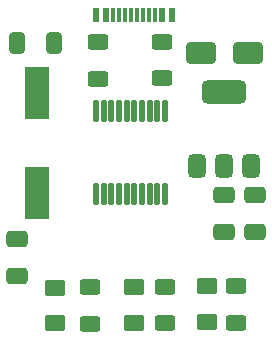
<source format=gbr>
%TF.GenerationSoftware,KiCad,Pcbnew,8.0.0*%
%TF.CreationDate,2026-01-12T19:07:33+05:30*%
%TF.ProjectId,PICKit_Clone_KiCAD,5049434b-6974-45f4-936c-6f6e655f4b69,1.0*%
%TF.SameCoordinates,Original*%
%TF.FileFunction,Paste,Top*%
%TF.FilePolarity,Positive*%
%FSLAX46Y46*%
G04 Gerber Fmt 4.6, Leading zero omitted, Abs format (unit mm)*
G04 Created by KiCad (PCBNEW 8.0.0) date 2026-01-12 19:07:33*
%MOMM*%
%LPD*%
G01*
G04 APERTURE LIST*
G04 Aperture macros list*
%AMRoundRect*
0 Rectangle with rounded corners*
0 $1 Rounding radius*
0 $2 $3 $4 $5 $6 $7 $8 $9 X,Y pos of 4 corners*
0 Add a 4 corners polygon primitive as box body*
4,1,4,$2,$3,$4,$5,$6,$7,$8,$9,$2,$3,0*
0 Add four circle primitives for the rounded corners*
1,1,$1+$1,$2,$3*
1,1,$1+$1,$4,$5*
1,1,$1+$1,$6,$7*
1,1,$1+$1,$8,$9*
0 Add four rect primitives between the rounded corners*
20,1,$1+$1,$2,$3,$4,$5,0*
20,1,$1+$1,$4,$5,$6,$7,0*
20,1,$1+$1,$6,$7,$8,$9,0*
20,1,$1+$1,$8,$9,$2,$3,0*%
G04 Aperture macros list end*
%ADD10RoundRect,0.250000X-0.412500X-0.650000X0.412500X-0.650000X0.412500X0.650000X-0.412500X0.650000X0*%
%ADD11RoundRect,0.250001X0.624999X-0.462499X0.624999X0.462499X-0.624999X0.462499X-0.624999X-0.462499X0*%
%ADD12R,2.000000X4.500000*%
%ADD13RoundRect,0.250000X1.000000X0.650000X-1.000000X0.650000X-1.000000X-0.650000X1.000000X-0.650000X0*%
%ADD14RoundRect,0.250000X0.625000X-0.400000X0.625000X0.400000X-0.625000X0.400000X-0.625000X-0.400000X0*%
%ADD15RoundRect,0.125000X0.125000X-0.825000X0.125000X0.825000X-0.125000X0.825000X-0.125000X-0.825000X0*%
%ADD16RoundRect,0.250000X-0.650000X0.412500X-0.650000X-0.412500X0.650000X-0.412500X0.650000X0.412500X0*%
%ADD17RoundRect,0.250000X-0.625000X0.400000X-0.625000X-0.400000X0.625000X-0.400000X0.625000X0.400000X0*%
%ADD18RoundRect,0.375000X0.375000X-0.625000X0.375000X0.625000X-0.375000X0.625000X-0.375000X-0.625000X0*%
%ADD19RoundRect,0.500000X1.400000X-0.500000X1.400000X0.500000X-1.400000X0.500000X-1.400000X-0.500000X0*%
%ADD20R,0.600000X1.240000*%
%ADD21R,0.300000X1.240000*%
%ADD22RoundRect,0.250001X-0.624999X0.462499X-0.624999X-0.462499X0.624999X-0.462499X0.624999X0.462499X0*%
%ADD23RoundRect,0.250000X0.650000X-0.412500X0.650000X0.412500X-0.650000X0.412500X-0.650000X-0.412500X0*%
G04 APERTURE END LIST*
D10*
%TO.C,C6*%
X136127500Y-78580000D03*
X139252500Y-78580000D03*
%TD*%
D11*
%TO.C,D2*%
X152189999Y-102157500D03*
X152190001Y-99182500D03*
%TD*%
D12*
%TO.C,Y1*%
X137780000Y-91280000D03*
X137780000Y-82780000D03*
%TD*%
D13*
%TO.C,D5*%
X155651050Y-79425584D03*
X151651050Y-79425584D03*
%TD*%
D14*
%TO.C,R7*%
X154670000Y-102250000D03*
X154670000Y-99150000D03*
%TD*%
%TO.C,R8*%
X148600000Y-102320000D03*
X148600000Y-99220000D03*
%TD*%
D15*
%TO.C,U1*%
X142795001Y-91360000D03*
X143445000Y-91360000D03*
X144094999Y-91360001D03*
X144744999Y-91359999D03*
X145395000Y-91360000D03*
X146045000Y-91360000D03*
X146694999Y-91359999D03*
X147345000Y-91360000D03*
X147995000Y-91360000D03*
X148645001Y-91360001D03*
X148644999Y-84360000D03*
X147995000Y-84360000D03*
X147345001Y-84359999D03*
X146695001Y-84360001D03*
X146045000Y-84360000D03*
X145395000Y-84360000D03*
X144745001Y-84360001D03*
X144095000Y-84360000D03*
X143445000Y-84360000D03*
X142794999Y-84359999D03*
%TD*%
D14*
%TO.C,R15*%
X148400000Y-81570000D03*
X148400000Y-78470000D03*
%TD*%
D16*
%TO.C,C4*%
X156230003Y-91417498D03*
X156229997Y-94542502D03*
%TD*%
D17*
%TO.C,R6*%
X142240000Y-99262499D03*
X142240000Y-102362499D03*
%TD*%
D18*
%TO.C,U3*%
X151340000Y-88989999D03*
X153640000Y-88990000D03*
D19*
X153640000Y-82690000D03*
D18*
X155939998Y-88990001D03*
%TD*%
D20*
%TO.C,J1*%
X149200000Y-76225000D03*
X148399998Y-76225000D03*
D21*
X147250001Y-76225002D03*
X146249998Y-76224998D03*
X145750000Y-76224998D03*
X144750002Y-76225000D03*
D20*
X143600002Y-76225000D03*
X142800000Y-76225000D03*
X142800000Y-76225000D03*
X143600002Y-76225000D03*
D21*
X144249998Y-76225001D03*
X145250000Y-76225000D03*
X146750002Y-76225001D03*
X147750001Y-76224999D03*
D20*
X148399998Y-76225000D03*
X149200000Y-76225000D03*
%TD*%
D14*
%TO.C,R14*%
X142990000Y-81600000D03*
X142990000Y-78500000D03*
%TD*%
D11*
%TO.C,D3*%
X146019999Y-102247500D03*
X146020001Y-99272500D03*
%TD*%
D22*
%TO.C,D1*%
X139310000Y-99347499D03*
X139310002Y-102322499D03*
%TD*%
D16*
%TO.C,C5*%
X153620000Y-91420000D03*
X153620002Y-94545002D03*
%TD*%
D23*
%TO.C,C7*%
X136109999Y-98282501D03*
X136110001Y-95157499D03*
%TD*%
M02*

</source>
